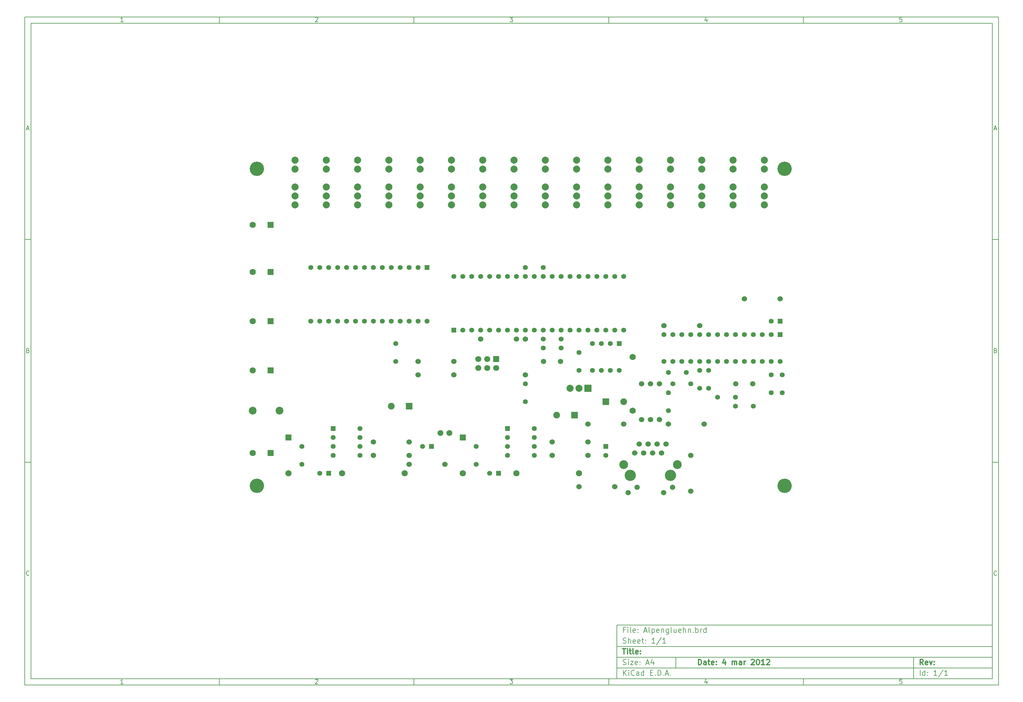
<source format=gtl>
G04 (created by PCBNEW-RS274X (2012-01-21 BZR 3373)-stable) date So 04 Mär 2012 16:34:54 CET*
G01*
G70*
G90*
%MOIN*%
G04 Gerber Fmt 3.4, Leading zero omitted, Abs format*
%FSLAX34Y34*%
G04 APERTURE LIST*
%ADD10C,0.006000*%
%ADD11C,0.012000*%
%ADD12R,0.066900X0.066900*%
%ADD13C,0.066900*%
%ADD14R,0.078700X0.078700*%
%ADD15C,0.078700*%
%ADD16C,0.070000*%
%ADD17C,0.060000*%
%ADD18C,0.066000*%
%ADD19R,0.075000X0.075000*%
%ADD20C,0.075000*%
%ADD21R,0.055000X0.055000*%
%ADD22C,0.055000*%
%ADD23R,0.070000X0.070000*%
%ADD24C,0.059100*%
%ADD25C,0.126000*%
%ADD26C,0.098400*%
%ADD27C,0.086600*%
%ADD28C,0.160000*%
G04 APERTURE END LIST*
G54D10*
X04000Y-04000D02*
X112930Y-04000D01*
X112930Y-78680D01*
X04000Y-78680D01*
X04000Y-04000D01*
X04700Y-04700D02*
X112230Y-04700D01*
X112230Y-77980D01*
X04700Y-77980D01*
X04700Y-04700D01*
X25780Y-04000D02*
X25780Y-04700D01*
X15033Y-04552D02*
X14747Y-04552D01*
X14890Y-04552D02*
X14890Y-04052D01*
X14842Y-04124D01*
X14795Y-04171D01*
X14747Y-04195D01*
X25780Y-78680D02*
X25780Y-77980D01*
X15033Y-78532D02*
X14747Y-78532D01*
X14890Y-78532D02*
X14890Y-78032D01*
X14842Y-78104D01*
X14795Y-78151D01*
X14747Y-78175D01*
X47560Y-04000D02*
X47560Y-04700D01*
X36527Y-04100D02*
X36551Y-04076D01*
X36599Y-04052D01*
X36718Y-04052D01*
X36765Y-04076D01*
X36789Y-04100D01*
X36813Y-04148D01*
X36813Y-04195D01*
X36789Y-04267D01*
X36503Y-04552D01*
X36813Y-04552D01*
X47560Y-78680D02*
X47560Y-77980D01*
X36527Y-78080D02*
X36551Y-78056D01*
X36599Y-78032D01*
X36718Y-78032D01*
X36765Y-78056D01*
X36789Y-78080D01*
X36813Y-78128D01*
X36813Y-78175D01*
X36789Y-78247D01*
X36503Y-78532D01*
X36813Y-78532D01*
X69340Y-04000D02*
X69340Y-04700D01*
X58283Y-04052D02*
X58593Y-04052D01*
X58426Y-04243D01*
X58498Y-04243D01*
X58545Y-04267D01*
X58569Y-04290D01*
X58593Y-04338D01*
X58593Y-04457D01*
X58569Y-04505D01*
X58545Y-04529D01*
X58498Y-04552D01*
X58355Y-04552D01*
X58307Y-04529D01*
X58283Y-04505D01*
X69340Y-78680D02*
X69340Y-77980D01*
X58283Y-78032D02*
X58593Y-78032D01*
X58426Y-78223D01*
X58498Y-78223D01*
X58545Y-78247D01*
X58569Y-78270D01*
X58593Y-78318D01*
X58593Y-78437D01*
X58569Y-78485D01*
X58545Y-78509D01*
X58498Y-78532D01*
X58355Y-78532D01*
X58307Y-78509D01*
X58283Y-78485D01*
X91120Y-04000D02*
X91120Y-04700D01*
X80325Y-04219D02*
X80325Y-04552D01*
X80206Y-04029D02*
X80087Y-04386D01*
X80397Y-04386D01*
X91120Y-78680D02*
X91120Y-77980D01*
X80325Y-78199D02*
X80325Y-78532D01*
X80206Y-78009D02*
X80087Y-78366D01*
X80397Y-78366D01*
X102129Y-04052D02*
X101891Y-04052D01*
X101867Y-04290D01*
X101891Y-04267D01*
X101939Y-04243D01*
X102058Y-04243D01*
X102105Y-04267D01*
X102129Y-04290D01*
X102153Y-04338D01*
X102153Y-04457D01*
X102129Y-04505D01*
X102105Y-04529D01*
X102058Y-04552D01*
X101939Y-04552D01*
X101891Y-04529D01*
X101867Y-04505D01*
X102129Y-78032D02*
X101891Y-78032D01*
X101867Y-78270D01*
X101891Y-78247D01*
X101939Y-78223D01*
X102058Y-78223D01*
X102105Y-78247D01*
X102129Y-78270D01*
X102153Y-78318D01*
X102153Y-78437D01*
X102129Y-78485D01*
X102105Y-78509D01*
X102058Y-78532D01*
X101939Y-78532D01*
X101891Y-78509D01*
X101867Y-78485D01*
X04000Y-28890D02*
X04700Y-28890D01*
X04231Y-16510D02*
X04469Y-16510D01*
X04184Y-16652D02*
X04350Y-16152D01*
X04517Y-16652D01*
X112930Y-28890D02*
X112230Y-28890D01*
X112461Y-16510D02*
X112699Y-16510D01*
X112414Y-16652D02*
X112580Y-16152D01*
X112747Y-16652D01*
X04000Y-53780D02*
X04700Y-53780D01*
X04386Y-41280D02*
X04457Y-41304D01*
X04481Y-41328D01*
X04505Y-41376D01*
X04505Y-41447D01*
X04481Y-41495D01*
X04457Y-41519D01*
X04410Y-41542D01*
X04219Y-41542D01*
X04219Y-41042D01*
X04386Y-41042D01*
X04433Y-41066D01*
X04457Y-41090D01*
X04481Y-41138D01*
X04481Y-41185D01*
X04457Y-41233D01*
X04433Y-41257D01*
X04386Y-41280D01*
X04219Y-41280D01*
X112930Y-53780D02*
X112230Y-53780D01*
X112616Y-41280D02*
X112687Y-41304D01*
X112711Y-41328D01*
X112735Y-41376D01*
X112735Y-41447D01*
X112711Y-41495D01*
X112687Y-41519D01*
X112640Y-41542D01*
X112449Y-41542D01*
X112449Y-41042D01*
X112616Y-41042D01*
X112663Y-41066D01*
X112687Y-41090D01*
X112711Y-41138D01*
X112711Y-41185D01*
X112687Y-41233D01*
X112663Y-41257D01*
X112616Y-41280D01*
X112449Y-41280D01*
X04505Y-66385D02*
X04481Y-66409D01*
X04410Y-66432D01*
X04362Y-66432D01*
X04290Y-66409D01*
X04243Y-66361D01*
X04219Y-66313D01*
X04195Y-66218D01*
X04195Y-66147D01*
X04219Y-66051D01*
X04243Y-66004D01*
X04290Y-65956D01*
X04362Y-65932D01*
X04410Y-65932D01*
X04481Y-65956D01*
X04505Y-65980D01*
X112735Y-66385D02*
X112711Y-66409D01*
X112640Y-66432D01*
X112592Y-66432D01*
X112520Y-66409D01*
X112473Y-66361D01*
X112449Y-66313D01*
X112425Y-66218D01*
X112425Y-66147D01*
X112449Y-66051D01*
X112473Y-66004D01*
X112520Y-65956D01*
X112592Y-65932D01*
X112640Y-65932D01*
X112711Y-65956D01*
X112735Y-65980D01*
G54D11*
X79373Y-76423D02*
X79373Y-75823D01*
X79516Y-75823D01*
X79601Y-75851D01*
X79659Y-75909D01*
X79687Y-75966D01*
X79716Y-76080D01*
X79716Y-76166D01*
X79687Y-76280D01*
X79659Y-76337D01*
X79601Y-76394D01*
X79516Y-76423D01*
X79373Y-76423D01*
X80230Y-76423D02*
X80230Y-76109D01*
X80201Y-76051D01*
X80144Y-76023D01*
X80030Y-76023D01*
X79973Y-76051D01*
X80230Y-76394D02*
X80173Y-76423D01*
X80030Y-76423D01*
X79973Y-76394D01*
X79944Y-76337D01*
X79944Y-76280D01*
X79973Y-76223D01*
X80030Y-76194D01*
X80173Y-76194D01*
X80230Y-76166D01*
X80430Y-76023D02*
X80659Y-76023D01*
X80516Y-75823D02*
X80516Y-76337D01*
X80544Y-76394D01*
X80602Y-76423D01*
X80659Y-76423D01*
X81087Y-76394D02*
X81030Y-76423D01*
X80916Y-76423D01*
X80859Y-76394D01*
X80830Y-76337D01*
X80830Y-76109D01*
X80859Y-76051D01*
X80916Y-76023D01*
X81030Y-76023D01*
X81087Y-76051D01*
X81116Y-76109D01*
X81116Y-76166D01*
X80830Y-76223D01*
X81373Y-76366D02*
X81401Y-76394D01*
X81373Y-76423D01*
X81344Y-76394D01*
X81373Y-76366D01*
X81373Y-76423D01*
X81373Y-76051D02*
X81401Y-76080D01*
X81373Y-76109D01*
X81344Y-76080D01*
X81373Y-76051D01*
X81373Y-76109D01*
X82373Y-76023D02*
X82373Y-76423D01*
X82230Y-75794D02*
X82087Y-76223D01*
X82459Y-76223D01*
X83144Y-76423D02*
X83144Y-76023D01*
X83144Y-76080D02*
X83172Y-76051D01*
X83230Y-76023D01*
X83315Y-76023D01*
X83372Y-76051D01*
X83401Y-76109D01*
X83401Y-76423D01*
X83401Y-76109D02*
X83430Y-76051D01*
X83487Y-76023D01*
X83572Y-76023D01*
X83630Y-76051D01*
X83658Y-76109D01*
X83658Y-76423D01*
X84201Y-76423D02*
X84201Y-76109D01*
X84172Y-76051D01*
X84115Y-76023D01*
X84001Y-76023D01*
X83944Y-76051D01*
X84201Y-76394D02*
X84144Y-76423D01*
X84001Y-76423D01*
X83944Y-76394D01*
X83915Y-76337D01*
X83915Y-76280D01*
X83944Y-76223D01*
X84001Y-76194D01*
X84144Y-76194D01*
X84201Y-76166D01*
X84487Y-76423D02*
X84487Y-76023D01*
X84487Y-76137D02*
X84515Y-76080D01*
X84544Y-76051D01*
X84601Y-76023D01*
X84658Y-76023D01*
X85286Y-75880D02*
X85315Y-75851D01*
X85372Y-75823D01*
X85515Y-75823D01*
X85572Y-75851D01*
X85601Y-75880D01*
X85629Y-75937D01*
X85629Y-75994D01*
X85601Y-76080D01*
X85258Y-76423D01*
X85629Y-76423D01*
X86000Y-75823D02*
X86057Y-75823D01*
X86114Y-75851D01*
X86143Y-75880D01*
X86172Y-75937D01*
X86200Y-76051D01*
X86200Y-76194D01*
X86172Y-76309D01*
X86143Y-76366D01*
X86114Y-76394D01*
X86057Y-76423D01*
X86000Y-76423D01*
X85943Y-76394D01*
X85914Y-76366D01*
X85886Y-76309D01*
X85857Y-76194D01*
X85857Y-76051D01*
X85886Y-75937D01*
X85914Y-75880D01*
X85943Y-75851D01*
X86000Y-75823D01*
X86771Y-76423D02*
X86428Y-76423D01*
X86600Y-76423D02*
X86600Y-75823D01*
X86543Y-75909D01*
X86485Y-75966D01*
X86428Y-75994D01*
X86999Y-75880D02*
X87028Y-75851D01*
X87085Y-75823D01*
X87228Y-75823D01*
X87285Y-75851D01*
X87314Y-75880D01*
X87342Y-75937D01*
X87342Y-75994D01*
X87314Y-76080D01*
X86971Y-76423D01*
X87342Y-76423D01*
G54D10*
X70973Y-77623D02*
X70973Y-77023D01*
X71316Y-77623D02*
X71059Y-77280D01*
X71316Y-77023D02*
X70973Y-77366D01*
X71573Y-77623D02*
X71573Y-77223D01*
X71573Y-77023D02*
X71544Y-77051D01*
X71573Y-77080D01*
X71601Y-77051D01*
X71573Y-77023D01*
X71573Y-77080D01*
X72202Y-77566D02*
X72173Y-77594D01*
X72087Y-77623D01*
X72030Y-77623D01*
X71945Y-77594D01*
X71887Y-77537D01*
X71859Y-77480D01*
X71830Y-77366D01*
X71830Y-77280D01*
X71859Y-77166D01*
X71887Y-77109D01*
X71945Y-77051D01*
X72030Y-77023D01*
X72087Y-77023D01*
X72173Y-77051D01*
X72202Y-77080D01*
X72716Y-77623D02*
X72716Y-77309D01*
X72687Y-77251D01*
X72630Y-77223D01*
X72516Y-77223D01*
X72459Y-77251D01*
X72716Y-77594D02*
X72659Y-77623D01*
X72516Y-77623D01*
X72459Y-77594D01*
X72430Y-77537D01*
X72430Y-77480D01*
X72459Y-77423D01*
X72516Y-77394D01*
X72659Y-77394D01*
X72716Y-77366D01*
X73259Y-77623D02*
X73259Y-77023D01*
X73259Y-77594D02*
X73202Y-77623D01*
X73088Y-77623D01*
X73030Y-77594D01*
X73002Y-77566D01*
X72973Y-77509D01*
X72973Y-77337D01*
X73002Y-77280D01*
X73030Y-77251D01*
X73088Y-77223D01*
X73202Y-77223D01*
X73259Y-77251D01*
X74002Y-77309D02*
X74202Y-77309D01*
X74288Y-77623D02*
X74002Y-77623D01*
X74002Y-77023D01*
X74288Y-77023D01*
X74545Y-77566D02*
X74573Y-77594D01*
X74545Y-77623D01*
X74516Y-77594D01*
X74545Y-77566D01*
X74545Y-77623D01*
X74831Y-77623D02*
X74831Y-77023D01*
X74974Y-77023D01*
X75059Y-77051D01*
X75117Y-77109D01*
X75145Y-77166D01*
X75174Y-77280D01*
X75174Y-77366D01*
X75145Y-77480D01*
X75117Y-77537D01*
X75059Y-77594D01*
X74974Y-77623D01*
X74831Y-77623D01*
X75431Y-77566D02*
X75459Y-77594D01*
X75431Y-77623D01*
X75402Y-77594D01*
X75431Y-77566D01*
X75431Y-77623D01*
X75688Y-77451D02*
X75974Y-77451D01*
X75631Y-77623D02*
X75831Y-77023D01*
X76031Y-77623D01*
X76231Y-77566D02*
X76259Y-77594D01*
X76231Y-77623D01*
X76202Y-77594D01*
X76231Y-77566D01*
X76231Y-77623D01*
G54D11*
X104516Y-76423D02*
X104316Y-76137D01*
X104173Y-76423D02*
X104173Y-75823D01*
X104401Y-75823D01*
X104459Y-75851D01*
X104487Y-75880D01*
X104516Y-75937D01*
X104516Y-76023D01*
X104487Y-76080D01*
X104459Y-76109D01*
X104401Y-76137D01*
X104173Y-76137D01*
X105001Y-76394D02*
X104944Y-76423D01*
X104830Y-76423D01*
X104773Y-76394D01*
X104744Y-76337D01*
X104744Y-76109D01*
X104773Y-76051D01*
X104830Y-76023D01*
X104944Y-76023D01*
X105001Y-76051D01*
X105030Y-76109D01*
X105030Y-76166D01*
X104744Y-76223D01*
X105230Y-76023D02*
X105373Y-76423D01*
X105515Y-76023D01*
X105744Y-76366D02*
X105772Y-76394D01*
X105744Y-76423D01*
X105715Y-76394D01*
X105744Y-76366D01*
X105744Y-76423D01*
X105744Y-76051D02*
X105772Y-76080D01*
X105744Y-76109D01*
X105715Y-76080D01*
X105744Y-76051D01*
X105744Y-76109D01*
G54D10*
X70944Y-76394D02*
X71030Y-76423D01*
X71173Y-76423D01*
X71230Y-76394D01*
X71259Y-76366D01*
X71287Y-76309D01*
X71287Y-76251D01*
X71259Y-76194D01*
X71230Y-76166D01*
X71173Y-76137D01*
X71059Y-76109D01*
X71001Y-76080D01*
X70973Y-76051D01*
X70944Y-75994D01*
X70944Y-75937D01*
X70973Y-75880D01*
X71001Y-75851D01*
X71059Y-75823D01*
X71201Y-75823D01*
X71287Y-75851D01*
X71544Y-76423D02*
X71544Y-76023D01*
X71544Y-75823D02*
X71515Y-75851D01*
X71544Y-75880D01*
X71572Y-75851D01*
X71544Y-75823D01*
X71544Y-75880D01*
X71773Y-76023D02*
X72087Y-76023D01*
X71773Y-76423D01*
X72087Y-76423D01*
X72544Y-76394D02*
X72487Y-76423D01*
X72373Y-76423D01*
X72316Y-76394D01*
X72287Y-76337D01*
X72287Y-76109D01*
X72316Y-76051D01*
X72373Y-76023D01*
X72487Y-76023D01*
X72544Y-76051D01*
X72573Y-76109D01*
X72573Y-76166D01*
X72287Y-76223D01*
X72830Y-76366D02*
X72858Y-76394D01*
X72830Y-76423D01*
X72801Y-76394D01*
X72830Y-76366D01*
X72830Y-76423D01*
X72830Y-76051D02*
X72858Y-76080D01*
X72830Y-76109D01*
X72801Y-76080D01*
X72830Y-76051D01*
X72830Y-76109D01*
X73544Y-76251D02*
X73830Y-76251D01*
X73487Y-76423D02*
X73687Y-75823D01*
X73887Y-76423D01*
X74344Y-76023D02*
X74344Y-76423D01*
X74201Y-75794D02*
X74058Y-76223D01*
X74430Y-76223D01*
X104173Y-77623D02*
X104173Y-77023D01*
X104716Y-77623D02*
X104716Y-77023D01*
X104716Y-77594D02*
X104659Y-77623D01*
X104545Y-77623D01*
X104487Y-77594D01*
X104459Y-77566D01*
X104430Y-77509D01*
X104430Y-77337D01*
X104459Y-77280D01*
X104487Y-77251D01*
X104545Y-77223D01*
X104659Y-77223D01*
X104716Y-77251D01*
X105002Y-77566D02*
X105030Y-77594D01*
X105002Y-77623D01*
X104973Y-77594D01*
X105002Y-77566D01*
X105002Y-77623D01*
X105002Y-77251D02*
X105030Y-77280D01*
X105002Y-77309D01*
X104973Y-77280D01*
X105002Y-77251D01*
X105002Y-77309D01*
X106059Y-77623D02*
X105716Y-77623D01*
X105888Y-77623D02*
X105888Y-77023D01*
X105831Y-77109D01*
X105773Y-77166D01*
X105716Y-77194D01*
X106744Y-76994D02*
X106230Y-77766D01*
X107259Y-77623D02*
X106916Y-77623D01*
X107088Y-77623D02*
X107088Y-77023D01*
X107031Y-77109D01*
X106973Y-77166D01*
X106916Y-77194D01*
G54D11*
X70887Y-74623D02*
X71230Y-74623D01*
X71059Y-75223D02*
X71059Y-74623D01*
X71430Y-75223D02*
X71430Y-74823D01*
X71430Y-74623D02*
X71401Y-74651D01*
X71430Y-74680D01*
X71458Y-74651D01*
X71430Y-74623D01*
X71430Y-74680D01*
X71630Y-74823D02*
X71859Y-74823D01*
X71716Y-74623D02*
X71716Y-75137D01*
X71744Y-75194D01*
X71802Y-75223D01*
X71859Y-75223D01*
X72145Y-75223D02*
X72087Y-75194D01*
X72059Y-75137D01*
X72059Y-74623D01*
X72601Y-75194D02*
X72544Y-75223D01*
X72430Y-75223D01*
X72373Y-75194D01*
X72344Y-75137D01*
X72344Y-74909D01*
X72373Y-74851D01*
X72430Y-74823D01*
X72544Y-74823D01*
X72601Y-74851D01*
X72630Y-74909D01*
X72630Y-74966D01*
X72344Y-75023D01*
X72887Y-75166D02*
X72915Y-75194D01*
X72887Y-75223D01*
X72858Y-75194D01*
X72887Y-75166D01*
X72887Y-75223D01*
X72887Y-74851D02*
X72915Y-74880D01*
X72887Y-74909D01*
X72858Y-74880D01*
X72887Y-74851D01*
X72887Y-74909D01*
G54D10*
X71173Y-72509D02*
X70973Y-72509D01*
X70973Y-72823D02*
X70973Y-72223D01*
X71259Y-72223D01*
X71487Y-72823D02*
X71487Y-72423D01*
X71487Y-72223D02*
X71458Y-72251D01*
X71487Y-72280D01*
X71515Y-72251D01*
X71487Y-72223D01*
X71487Y-72280D01*
X71859Y-72823D02*
X71801Y-72794D01*
X71773Y-72737D01*
X71773Y-72223D01*
X72315Y-72794D02*
X72258Y-72823D01*
X72144Y-72823D01*
X72087Y-72794D01*
X72058Y-72737D01*
X72058Y-72509D01*
X72087Y-72451D01*
X72144Y-72423D01*
X72258Y-72423D01*
X72315Y-72451D01*
X72344Y-72509D01*
X72344Y-72566D01*
X72058Y-72623D01*
X72601Y-72766D02*
X72629Y-72794D01*
X72601Y-72823D01*
X72572Y-72794D01*
X72601Y-72766D01*
X72601Y-72823D01*
X72601Y-72451D02*
X72629Y-72480D01*
X72601Y-72509D01*
X72572Y-72480D01*
X72601Y-72451D01*
X72601Y-72509D01*
X73315Y-72651D02*
X73601Y-72651D01*
X73258Y-72823D02*
X73458Y-72223D01*
X73658Y-72823D01*
X73944Y-72823D02*
X73886Y-72794D01*
X73858Y-72737D01*
X73858Y-72223D01*
X74172Y-72423D02*
X74172Y-73023D01*
X74172Y-72451D02*
X74229Y-72423D01*
X74343Y-72423D01*
X74400Y-72451D01*
X74429Y-72480D01*
X74458Y-72537D01*
X74458Y-72709D01*
X74429Y-72766D01*
X74400Y-72794D01*
X74343Y-72823D01*
X74229Y-72823D01*
X74172Y-72794D01*
X74943Y-72794D02*
X74886Y-72823D01*
X74772Y-72823D01*
X74715Y-72794D01*
X74686Y-72737D01*
X74686Y-72509D01*
X74715Y-72451D01*
X74772Y-72423D01*
X74886Y-72423D01*
X74943Y-72451D01*
X74972Y-72509D01*
X74972Y-72566D01*
X74686Y-72623D01*
X75229Y-72423D02*
X75229Y-72823D01*
X75229Y-72480D02*
X75257Y-72451D01*
X75315Y-72423D01*
X75400Y-72423D01*
X75457Y-72451D01*
X75486Y-72509D01*
X75486Y-72823D01*
X76029Y-72423D02*
X76029Y-72909D01*
X76000Y-72966D01*
X75972Y-72994D01*
X75915Y-73023D01*
X75829Y-73023D01*
X75772Y-72994D01*
X76029Y-72794D02*
X75972Y-72823D01*
X75858Y-72823D01*
X75800Y-72794D01*
X75772Y-72766D01*
X75743Y-72709D01*
X75743Y-72537D01*
X75772Y-72480D01*
X75800Y-72451D01*
X75858Y-72423D01*
X75972Y-72423D01*
X76029Y-72451D01*
X76401Y-72823D02*
X76343Y-72794D01*
X76315Y-72737D01*
X76315Y-72223D01*
X76886Y-72423D02*
X76886Y-72823D01*
X76629Y-72423D02*
X76629Y-72737D01*
X76657Y-72794D01*
X76715Y-72823D01*
X76800Y-72823D01*
X76857Y-72794D01*
X76886Y-72766D01*
X77400Y-72794D02*
X77343Y-72823D01*
X77229Y-72823D01*
X77172Y-72794D01*
X77143Y-72737D01*
X77143Y-72509D01*
X77172Y-72451D01*
X77229Y-72423D01*
X77343Y-72423D01*
X77400Y-72451D01*
X77429Y-72509D01*
X77429Y-72566D01*
X77143Y-72623D01*
X77686Y-72823D02*
X77686Y-72223D01*
X77943Y-72823D02*
X77943Y-72509D01*
X77914Y-72451D01*
X77857Y-72423D01*
X77772Y-72423D01*
X77714Y-72451D01*
X77686Y-72480D01*
X78229Y-72423D02*
X78229Y-72823D01*
X78229Y-72480D02*
X78257Y-72451D01*
X78315Y-72423D01*
X78400Y-72423D01*
X78457Y-72451D01*
X78486Y-72509D01*
X78486Y-72823D01*
X78772Y-72766D02*
X78800Y-72794D01*
X78772Y-72823D01*
X78743Y-72794D01*
X78772Y-72766D01*
X78772Y-72823D01*
X79058Y-72823D02*
X79058Y-72223D01*
X79058Y-72451D02*
X79115Y-72423D01*
X79229Y-72423D01*
X79286Y-72451D01*
X79315Y-72480D01*
X79344Y-72537D01*
X79344Y-72709D01*
X79315Y-72766D01*
X79286Y-72794D01*
X79229Y-72823D01*
X79115Y-72823D01*
X79058Y-72794D01*
X79601Y-72823D02*
X79601Y-72423D01*
X79601Y-72537D02*
X79629Y-72480D01*
X79658Y-72451D01*
X79715Y-72423D01*
X79772Y-72423D01*
X80229Y-72823D02*
X80229Y-72223D01*
X80229Y-72794D02*
X80172Y-72823D01*
X80058Y-72823D01*
X80000Y-72794D01*
X79972Y-72766D01*
X79943Y-72709D01*
X79943Y-72537D01*
X79972Y-72480D01*
X80000Y-72451D01*
X80058Y-72423D01*
X80172Y-72423D01*
X80229Y-72451D01*
X70944Y-73994D02*
X71030Y-74023D01*
X71173Y-74023D01*
X71230Y-73994D01*
X71259Y-73966D01*
X71287Y-73909D01*
X71287Y-73851D01*
X71259Y-73794D01*
X71230Y-73766D01*
X71173Y-73737D01*
X71059Y-73709D01*
X71001Y-73680D01*
X70973Y-73651D01*
X70944Y-73594D01*
X70944Y-73537D01*
X70973Y-73480D01*
X71001Y-73451D01*
X71059Y-73423D01*
X71201Y-73423D01*
X71287Y-73451D01*
X71544Y-74023D02*
X71544Y-73423D01*
X71801Y-74023D02*
X71801Y-73709D01*
X71772Y-73651D01*
X71715Y-73623D01*
X71630Y-73623D01*
X71572Y-73651D01*
X71544Y-73680D01*
X72315Y-73994D02*
X72258Y-74023D01*
X72144Y-74023D01*
X72087Y-73994D01*
X72058Y-73937D01*
X72058Y-73709D01*
X72087Y-73651D01*
X72144Y-73623D01*
X72258Y-73623D01*
X72315Y-73651D01*
X72344Y-73709D01*
X72344Y-73766D01*
X72058Y-73823D01*
X72829Y-73994D02*
X72772Y-74023D01*
X72658Y-74023D01*
X72601Y-73994D01*
X72572Y-73937D01*
X72572Y-73709D01*
X72601Y-73651D01*
X72658Y-73623D01*
X72772Y-73623D01*
X72829Y-73651D01*
X72858Y-73709D01*
X72858Y-73766D01*
X72572Y-73823D01*
X73029Y-73623D02*
X73258Y-73623D01*
X73115Y-73423D02*
X73115Y-73937D01*
X73143Y-73994D01*
X73201Y-74023D01*
X73258Y-74023D01*
X73458Y-73966D02*
X73486Y-73994D01*
X73458Y-74023D01*
X73429Y-73994D01*
X73458Y-73966D01*
X73458Y-74023D01*
X73458Y-73651D02*
X73486Y-73680D01*
X73458Y-73709D01*
X73429Y-73680D01*
X73458Y-73651D01*
X73458Y-73709D01*
X74515Y-74023D02*
X74172Y-74023D01*
X74344Y-74023D02*
X74344Y-73423D01*
X74287Y-73509D01*
X74229Y-73566D01*
X74172Y-73594D01*
X75200Y-73394D02*
X74686Y-74166D01*
X75715Y-74023D02*
X75372Y-74023D01*
X75544Y-74023D02*
X75544Y-73423D01*
X75487Y-73509D01*
X75429Y-73566D01*
X75372Y-73594D01*
X70230Y-71980D02*
X70230Y-77980D01*
X70230Y-71980D02*
X112230Y-71980D01*
X70230Y-71980D02*
X112230Y-71980D01*
X70230Y-74380D02*
X112230Y-74380D01*
X103430Y-75580D02*
X103430Y-77980D01*
X70230Y-76780D02*
X112230Y-76780D01*
X70230Y-75580D02*
X112230Y-75580D01*
X76830Y-75580D02*
X76830Y-76780D01*
G54D12*
X56750Y-42250D03*
G54D13*
X56750Y-43250D03*
X55750Y-42250D03*
X55750Y-43250D03*
X54750Y-42250D03*
X54750Y-43250D03*
G54D14*
X67000Y-45500D03*
G54D15*
X66000Y-45500D03*
X65000Y-45500D03*
G54D16*
X46500Y-55000D03*
X39500Y-55000D03*
X66000Y-55000D03*
X59000Y-55000D03*
G54D17*
X48000Y-42500D03*
X52000Y-42500D03*
X60000Y-40000D03*
X60000Y-44000D03*
X47000Y-51500D03*
X43000Y-51500D03*
X47000Y-53000D03*
X43000Y-53000D03*
X75500Y-38500D03*
X79500Y-38500D03*
X88500Y-35500D03*
X84500Y-35500D03*
X75000Y-49000D03*
X75000Y-45000D03*
X74000Y-45000D03*
X74000Y-49000D03*
X73000Y-49000D03*
X73000Y-45000D03*
X67000Y-49500D03*
X71000Y-49500D03*
X66000Y-56500D03*
X70000Y-56500D03*
X48000Y-44000D03*
X52000Y-44000D03*
X78500Y-53000D03*
X78500Y-57000D03*
X67000Y-51500D03*
X63000Y-51500D03*
X67000Y-53000D03*
X63000Y-53000D03*
X51000Y-54000D03*
X47000Y-54000D03*
G54D18*
X50500Y-50500D03*
X51500Y-50500D03*
G54D19*
X65500Y-48500D03*
G54D20*
X63500Y-48500D03*
G54D19*
X69000Y-47000D03*
G54D20*
X71000Y-47000D03*
G54D19*
X47000Y-47500D03*
G54D20*
X45000Y-47500D03*
G54D21*
X38500Y-50000D03*
G54D22*
X38500Y-51000D03*
X38500Y-52000D03*
X38500Y-53000D03*
X41500Y-53000D03*
X41500Y-52000D03*
X41500Y-51000D03*
X41500Y-50000D03*
G54D21*
X58000Y-50000D03*
G54D22*
X58000Y-51000D03*
X58000Y-52000D03*
X58000Y-53000D03*
X61000Y-53000D03*
X61000Y-52000D03*
X61000Y-51000D03*
X61000Y-50000D03*
G54D21*
X70500Y-40500D03*
G54D22*
X69500Y-40500D03*
X68500Y-40500D03*
X67500Y-40500D03*
X67500Y-43500D03*
X68500Y-43500D03*
X69500Y-43500D03*
X70500Y-43500D03*
G54D21*
X52000Y-39000D03*
G54D22*
X53000Y-39000D03*
X54000Y-39000D03*
X55000Y-39000D03*
X56000Y-39000D03*
X57000Y-39000D03*
X58000Y-39000D03*
X59000Y-39000D03*
X60000Y-39000D03*
X61000Y-39000D03*
X62000Y-39000D03*
X63000Y-39000D03*
X64000Y-39000D03*
X65000Y-39000D03*
X66000Y-39000D03*
X67000Y-39000D03*
X68000Y-39000D03*
X69000Y-39000D03*
X70000Y-39000D03*
X71000Y-39000D03*
X71000Y-33000D03*
X70000Y-33000D03*
X69000Y-33000D03*
X68000Y-33000D03*
X67000Y-33000D03*
X66000Y-33000D03*
X65000Y-33000D03*
X64000Y-33000D03*
X63000Y-33000D03*
X62000Y-33000D03*
X61000Y-33000D03*
X60000Y-33000D03*
X59000Y-33000D03*
X58000Y-33000D03*
X57000Y-33000D03*
X56000Y-33000D03*
X55000Y-33000D03*
X54000Y-33000D03*
X53000Y-33000D03*
X52000Y-33000D03*
G54D21*
X49000Y-32000D03*
G54D22*
X48000Y-32000D03*
X47000Y-32000D03*
X46000Y-32000D03*
X45000Y-32000D03*
X44000Y-32000D03*
X43000Y-32000D03*
X42000Y-32000D03*
X41000Y-32000D03*
X40000Y-32000D03*
X39000Y-32000D03*
X38000Y-32000D03*
X37000Y-32000D03*
X36000Y-32000D03*
X36000Y-38000D03*
X37000Y-38000D03*
X38000Y-38000D03*
X39000Y-38000D03*
X40000Y-38000D03*
X41000Y-38000D03*
X42000Y-38000D03*
X43000Y-38000D03*
X44000Y-38000D03*
X45000Y-38000D03*
X46000Y-38000D03*
X47000Y-38000D03*
X48000Y-38000D03*
X49000Y-38000D03*
X87500Y-39500D03*
X86500Y-39500D03*
X85500Y-39500D03*
X84500Y-39500D03*
X83500Y-39500D03*
X82500Y-39500D03*
X81500Y-39500D03*
X80500Y-39500D03*
X79500Y-39500D03*
X78500Y-39500D03*
X77500Y-39500D03*
X76500Y-39500D03*
X75500Y-39500D03*
G54D21*
X88500Y-39500D03*
G54D22*
X75500Y-42500D03*
X76500Y-42500D03*
X77500Y-42500D03*
X78500Y-42500D03*
X79500Y-42500D03*
X80500Y-42500D03*
X81500Y-42500D03*
X82500Y-42500D03*
X83500Y-42500D03*
X84500Y-42500D03*
X85500Y-42500D03*
X86500Y-42500D03*
X87500Y-42500D03*
X88500Y-42500D03*
G54D16*
X33500Y-55000D03*
G54D23*
X33500Y-51000D03*
G54D16*
X53000Y-55000D03*
G54D23*
X53000Y-51000D03*
G54D24*
X83539Y-45000D03*
X85461Y-45000D03*
X62039Y-42500D03*
X63961Y-42500D03*
G54D23*
X31500Y-27250D03*
G54D16*
X29500Y-27250D03*
G54D23*
X31500Y-43500D03*
G54D16*
X29500Y-43500D03*
G54D23*
X31500Y-52750D03*
G54D16*
X29500Y-52750D03*
G54D23*
X31500Y-38000D03*
G54D16*
X29500Y-38000D03*
G54D23*
X31500Y-32500D03*
G54D16*
X29500Y-32500D03*
G54D22*
X62000Y-32000D03*
X60000Y-32000D03*
X45500Y-40500D03*
X45500Y-42500D03*
X76000Y-48000D03*
X76000Y-46000D03*
X78500Y-45000D03*
X76500Y-45000D03*
X54500Y-54000D03*
X54500Y-52000D03*
X35000Y-54000D03*
X35000Y-52000D03*
X85500Y-47500D03*
X83500Y-47500D03*
X83500Y-46500D03*
X81500Y-46500D03*
X60000Y-47000D03*
X60000Y-45000D03*
X64000Y-41000D03*
X62000Y-41000D03*
X64000Y-40000D03*
X62000Y-40000D03*
G54D21*
X38000Y-55000D03*
G54D22*
X37000Y-55000D03*
G54D21*
X49500Y-52000D03*
G54D22*
X48500Y-52000D03*
G54D21*
X88500Y-38000D03*
G54D22*
X87500Y-38000D03*
G54D21*
X57000Y-55000D03*
G54D22*
X56000Y-55000D03*
G54D21*
X69000Y-52000D03*
G54D22*
X69000Y-53000D03*
G54D16*
X72000Y-48000D03*
X72000Y-42000D03*
G54D17*
X76000Y-49500D03*
X80000Y-49500D03*
X55000Y-40000D03*
X59000Y-40000D03*
G54D25*
X71750Y-55250D03*
G54D17*
X72750Y-51750D03*
X73750Y-51750D03*
X74750Y-51750D03*
X75750Y-51750D03*
X72250Y-52750D03*
X73250Y-52750D03*
X74250Y-52750D03*
X75250Y-52750D03*
G54D25*
X76250Y-55250D03*
G54D26*
X71000Y-54049D03*
X77000Y-54049D03*
G54D24*
X72510Y-56581D03*
X75490Y-57179D03*
X71510Y-57179D03*
X76490Y-56581D03*
G54D27*
X29500Y-48000D03*
X32500Y-48000D03*
G54D22*
X66000Y-43500D03*
X66000Y-41500D03*
G54D28*
X29969Y-56402D03*
X89024Y-56402D03*
X29969Y-20969D03*
X89024Y-20969D03*
G54D15*
X41250Y-20000D03*
X41250Y-21000D03*
X41250Y-23000D03*
X41250Y-24000D03*
X41250Y-25000D03*
X34250Y-20000D03*
X34250Y-21000D03*
X34250Y-23000D03*
X34250Y-24000D03*
X34250Y-25000D03*
X83250Y-20000D03*
X83250Y-21000D03*
X83250Y-23000D03*
X83250Y-24000D03*
X83250Y-25000D03*
X37750Y-20000D03*
X37750Y-21000D03*
X37750Y-23000D03*
X37750Y-24000D03*
X37750Y-25000D03*
X79750Y-20000D03*
X79750Y-21000D03*
X79750Y-23000D03*
X79750Y-24000D03*
X79750Y-25000D03*
X58750Y-20000D03*
X58750Y-21000D03*
X58750Y-23000D03*
X58750Y-24000D03*
X58750Y-25000D03*
X62250Y-20000D03*
X62250Y-21000D03*
X62250Y-23000D03*
X62250Y-24000D03*
X62250Y-25000D03*
X55250Y-20000D03*
X55250Y-21000D03*
X55250Y-23000D03*
X55250Y-24000D03*
X55250Y-25000D03*
X65750Y-20000D03*
X65750Y-21000D03*
X65750Y-23000D03*
X65750Y-24000D03*
X65750Y-25000D03*
X51750Y-20000D03*
X51750Y-21000D03*
X51750Y-23000D03*
X51750Y-24000D03*
X51750Y-25000D03*
X86750Y-20000D03*
X86750Y-21000D03*
X86750Y-23000D03*
X86750Y-24000D03*
X86750Y-25000D03*
X44750Y-20000D03*
X44750Y-21000D03*
X44750Y-23000D03*
X44750Y-24000D03*
X44750Y-25000D03*
X72750Y-20000D03*
X72750Y-21000D03*
X72750Y-23000D03*
X72750Y-24000D03*
X72750Y-25000D03*
X76250Y-20000D03*
X76250Y-21000D03*
X76250Y-23000D03*
X76250Y-24000D03*
X76250Y-25000D03*
X48250Y-20000D03*
X48250Y-21000D03*
X48250Y-23000D03*
X48250Y-24000D03*
X48250Y-25000D03*
X69250Y-20000D03*
X69250Y-21000D03*
X69250Y-23000D03*
X69250Y-24000D03*
X69250Y-25000D03*
G54D22*
X88750Y-44000D03*
X88750Y-46000D03*
X87500Y-44000D03*
X87500Y-46000D03*
X79500Y-43500D03*
X79500Y-45500D03*
X80500Y-43500D03*
X80500Y-45500D03*
X76000Y-43750D03*
X78000Y-43750D03*
M02*

</source>
